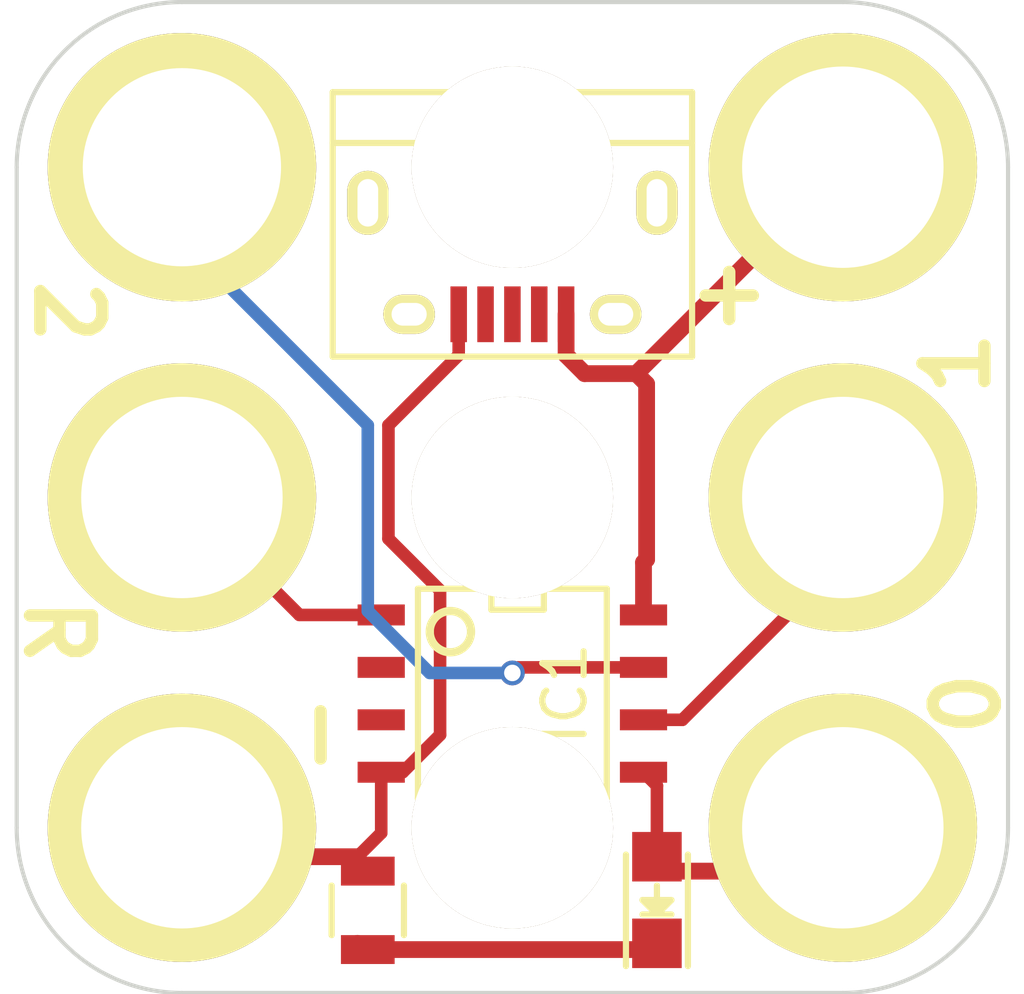
<source format=kicad_pcb>
(kicad_pcb (version 4) (host pcbnew "(2015-08-15 BZR 6092)-product")

  (general
    (links 14)
    (no_connects 3)
    (area 124.949999 35.949999 149.050001 60.050001)
    (thickness 1.6)
    (drawings 22)
    (tracks 42)
    (zones 0)
    (modules 13)
    (nets 9)
  )

  (page USLetter)
  (layers
    (0 F.Cu signal)
    (31 B.Cu signal)
    (32 B.Adhes user)
    (33 F.Adhes user)
    (34 B.Paste user)
    (35 F.Paste user)
    (36 B.SilkS user)
    (37 F.SilkS user)
    (38 B.Mask user)
    (39 F.Mask user hide)
    (40 Dwgs.User user hide)
    (41 Cmts.User user)
    (42 Eco1.User user)
    (43 Eco2.User user hide)
    (44 Edge.Cuts user)
    (45 Margin user)
    (46 B.CrtYd user hide)
    (47 F.CrtYd user)
    (48 B.Fab user)
    (49 F.Fab user hide)
  )

  (setup
    (last_trace_width 0.3048)
    (user_trace_width 0.3048)
    (user_trace_width 0.4064)
    (user_trace_width 0.6096)
    (trace_clearance 0.2)
    (zone_clearance 0.508)
    (zone_45_only no)
    (trace_min 0.2)
    (segment_width 0.2)
    (edge_width 0.1)
    (via_size 0.6)
    (via_drill 0.4)
    (via_min_size 0.4)
    (via_min_drill 0.3)
    (uvia_size 0.3)
    (uvia_drill 0.1)
    (uvias_allowed no)
    (uvia_min_size 0.2)
    (uvia_min_drill 0.1)
    (pcb_text_width 0.3)
    (pcb_text_size 1.5 1.5)
    (mod_edge_width 0.15)
    (mod_text_size 1 1)
    (mod_text_width 0.15)
    (pad_size 6.5 6.5)
    (pad_drill 4.8)
    (pad_to_mask_clearance 0)
    (aux_axis_origin 0 0)
    (visible_elements 7FFFFFFF)
    (pcbplotparams
      (layerselection 0x010f0_80000001)
      (usegerberextensions true)
      (excludeedgelayer true)
      (linewidth 0.100000)
      (plotframeref false)
      (viasonmask false)
      (mode 1)
      (useauxorigin false)
      (hpglpennumber 1)
      (hpglpenspeed 20)
      (hpglpendiameter 15)
      (hpglpenoverlay 2)
      (psnegative false)
      (psa4output false)
      (plotreference true)
      (plotvalue true)
      (plotinvisibletext false)
      (padsonsilk false)
      (subtractmaskfromsilk false)
      (outputformat 1)
      (mirror false)
      (drillshape 0)
      (scaleselection 1)
      (outputdirectory gerbers/))
  )

  (net 0 "")
  (net 1 GND)
  (net 2 +BATT)
  (net 3 "Net-(D1-Pad2)")
  (net 4 "Net-(IC1-Pad1)")
  (net 5 "Net-(IC1-Pad6)")
  (net 6 "Net-(IC1-Pad7)")
  (net 7 "Net-(USB1-Pad6)")
  (net 8 "Net-(D1-Pad1)")

  (net_class Default "This is the default net class."
    (clearance 0.2)
    (trace_width 0.25)
    (via_dia 0.6)
    (via_drill 0.4)
    (uvia_dia 0.3)
    (uvia_drill 0.1)
    (add_net +BATT)
    (add_net GND)
    (add_net "Net-(D1-Pad1)")
    (add_net "Net-(D1-Pad2)")
    (add_net "Net-(IC1-Pad1)")
    (add_net "Net-(IC1-Pad6)")
    (add_net "Net-(IC1-Pad7)")
    (add_net "Net-(USB1-Pad6)")
  )

  (module myFootPrints:Lego_Drill (layer F.Cu) (tedit 56CE8A0A) (tstamp 56CE7806)
    (at 137 40)
    (descr "Through hole pin header")
    (tags "pin header")
    (path /56CE9A5D)
    (fp_text reference P6 (at 0 0) (layer F.SilkS) hide
      (effects (font (size 1 1) (thickness 0.15)))
    )
    (fp_text value CONN_01X01 (at 0 -1.27) (layer F.Fab) hide
      (effects (font (size 1 1) (thickness 0.15)))
    )
    (pad 1 thru_hole circle (at 0 0) (size 4.8768 4.8768) (drill 4.8768) (layers *.Cu *.Mask F.SilkS))
    (model Pin_Headers.3dshapes/Pin_Header_Straight_1x01.wrl
      (at (xyz 0 0 0))
      (scale (xyz 1 1 1))
      (rotate (xyz 0 0 90))
    )
  )

  (module myFootPrints:Lego_Pad (layer F.Cu) (tedit 56CE7FA0) (tstamp 56CE6F1F)
    (at 145 48 180)
    (descr "Through hole pin header")
    (tags "pin header")
    (path /56CE800C)
    (fp_text reference P1 (at 0 0 180) (layer F.SilkS) hide
      (effects (font (size 1 1) (thickness 0.15)))
    )
    (fp_text value CONN_01X01 (at 0 -1.27 180) (layer F.Fab) hide
      (effects (font (size 0.127 0.127) (thickness 0.03175)))
    )
    (pad 1 thru_hole circle (at 0 0 180) (size 6.5 6.5) (drill 4.8768) (layers *.Cu *.Mask F.SilkS)
      (net 5 "Net-(IC1-Pad6)"))
    (model Pin_Headers.3dshapes/Pin_Header_Straight_1x01.wrl
      (at (xyz 0 0 0))
      (scale (xyz 1 1 1))
      (rotate (xyz 0 0 90))
    )
  )

  (module myFootPrints:Lego_Pad (layer F.Cu) (tedit 56CE8945) (tstamp 56CE6ECA)
    (at 129 40)
    (descr "Through hole pin header")
    (tags "pin header")
    (path /56CE806B)
    (fp_text reference P2 (at 0 0) (layer F.SilkS) hide
      (effects (font (size 1 1) (thickness 0.15)))
    )
    (fp_text value CONN_01X01 (at 0 -1.27) (layer F.Fab) hide
      (effects (font (size 0.127 0.127) (thickness 0.03175)))
    )
    (pad 1 thru_hole circle (at 0 0) (size 6.5 6.5) (drill 4.8) (layers *.Cu *.Mask F.SilkS)
      (net 6 "Net-(IC1-Pad7)"))
    (model Pin_Headers.3dshapes/Pin_Header_Straight_1x01.wrl
      (at (xyz 0 0 0))
      (scale (xyz 1 1 1))
      (rotate (xyz 0 0 90))
    )
  )

  (module myFootPrints:Lego_Pad (layer F.Cu) (tedit 56CE7EDE) (tstamp 56CE717B)
    (at 145 56)
    (descr "Through hole pin header")
    (tags "pin header")
    (path /56CE7426)
    (fp_text reference P0 (at 0 0) (layer F.SilkS) hide
      (effects (font (size 1 1) (thickness 0.15)))
    )
    (fp_text value CONN_01X01 (at 0 -1.27) (layer F.Fab) hide
      (effects (font (size 0.127 0.127) (thickness 0.03175)))
    )
    (pad 1 thru_hole circle (at 0 0) (size 6.5 6.5) (drill 4.8768) (layers *.Cu *.Mask F.SilkS)
      (net 3 "Net-(D1-Pad2)"))
    (model Pin_Headers.3dshapes/Pin_Header_Straight_1x01.wrl
      (at (xyz 0 0 0))
      (scale (xyz 1 1 1))
      (rotate (xyz 0 0 90))
    )
  )

  (module myFootPrints:Lego_Pad (layer F.Cu) (tedit 56CE7EF0) (tstamp 56CE7185)
    (at 129 56)
    (descr "Through hole pin header")
    (tags "pin header")
    (path /56CE73CD)
    (fp_text reference PG1 (at 0 0) (layer F.SilkS) hide
      (effects (font (size 1 1) (thickness 0.15)))
    )
    (fp_text value CONN_01X01 (at 0 -1.27) (layer F.Fab) hide
      (effects (font (size 0.127 0.127) (thickness 0.03175)))
    )
    (pad 1 thru_hole circle (at 0 0) (size 6.5 6.5) (drill 4.8768) (layers *.Cu *.Mask F.SilkS)
      (net 1 GND))
    (model Pin_Headers.3dshapes/Pin_Header_Straight_1x01.wrl
      (at (xyz 0 0 0))
      (scale (xyz 1 1 1))
      (rotate (xyz 0 0 90))
    )
  )

  (module myFootPrints:Lego_Pad (layer F.Cu) (tedit 56CE7FDF) (tstamp 56CE718A)
    (at 145 40)
    (descr "Through hole pin header")
    (tags "pin header")
    (path /56CE72C6)
    (fp_text reference PP1 (at 0 0) (layer F.SilkS) hide
      (effects (font (size 1 1) (thickness 0.15)))
    )
    (fp_text value CONN_01X01 (at 0 -1.27) (layer F.Fab) hide
      (effects (font (size 0.127 0.127) (thickness 0.03175)))
    )
    (pad 1 thru_hole circle (at 0 0) (size 6.5 6.5) (drill 4.8768) (layers *.Cu *.Mask F.SilkS)
      (net 2 +BATT))
    (model Pin_Headers.3dshapes/Pin_Header_Straight_1x01.wrl
      (at (xyz 0 0 0))
      (scale (xyz 1 1 1))
      (rotate (xyz 0 0 90))
    )
  )

  (module Connect:USB_Micro-B (layer F.Cu) (tedit 56CE7FF9) (tstamp 56CE7197)
    (at 137 42 180)
    (descr "Micro USB Type B Receptacle")
    (tags "USB USB_B USB_micro USB_OTG")
    (path /56CE7C18)
    (attr smd)
    (fp_text reference USB1 (at 0 -3.45 180) (layer F.SilkS) hide
      (effects (font (size 1 1) (thickness 0.15)))
    )
    (fp_text value USB_OTG (at 0 4.8 180) (layer F.Fab) hide
      (effects (font (size 1 1) (thickness 0.15)))
    )
    (fp_line (start -4.6 -2.8) (end 4.6 -2.8) (layer F.CrtYd) (width 0.05))
    (fp_line (start 4.6 -2.8) (end 4.6 4.05) (layer F.CrtYd) (width 0.05))
    (fp_line (start 4.6 4.05) (end -4.6 4.05) (layer F.CrtYd) (width 0.05))
    (fp_line (start -4.6 4.05) (end -4.6 -2.8) (layer F.CrtYd) (width 0.05))
    (fp_line (start -4.3509 3.81746) (end 4.3491 3.81746) (layer F.SilkS) (width 0.15))
    (fp_line (start -4.3509 -2.58754) (end 4.3491 -2.58754) (layer F.SilkS) (width 0.15))
    (fp_line (start 4.3491 -2.58754) (end 4.3491 3.81746) (layer F.SilkS) (width 0.15))
    (fp_line (start 4.3491 2.58746) (end -4.3509 2.58746) (layer F.SilkS) (width 0.15))
    (fp_line (start -4.3509 3.81746) (end -4.3509 -2.58754) (layer F.SilkS) (width 0.15))
    (pad 1 smd rect (at -1.3009 -1.56254 270) (size 1.35 0.4) (layers F.Cu F.Paste F.Mask)
      (net 2 +BATT))
    (pad 2 smd rect (at -0.6509 -1.56254 270) (size 1.35 0.4) (layers F.Cu F.Paste F.Mask))
    (pad 3 smd rect (at -0.0009 -1.56254 270) (size 1.35 0.4) (layers F.Cu F.Paste F.Mask))
    (pad 4 smd rect (at 0.6491 -1.56254 270) (size 1.35 0.4) (layers F.Cu F.Paste F.Mask))
    (pad 5 smd rect (at 1.2991 -1.56254 270) (size 1.35 0.4) (layers F.Cu F.Paste F.Mask)
      (net 1 GND))
    (pad 6 thru_hole oval (at -2.5009 -1.56254 270) (size 0.95 1.25) (drill oval 0.55 0.85) (layers *.Cu *.Mask F.SilkS)
      (net 7 "Net-(USB1-Pad6)"))
    (pad 6 thru_hole oval (at 2.4991 -1.56254 270) (size 0.95 1.25) (drill oval 0.55 0.85) (layers *.Cu *.Mask F.SilkS)
      (net 7 "Net-(USB1-Pad6)"))
    (pad 6 thru_hole oval (at -3.5009 1.13746 270) (size 1.55 1) (drill oval 1.15 0.5) (layers *.Cu *.Mask F.SilkS)
      (net 7 "Net-(USB1-Pad6)"))
    (pad 6 thru_hole oval (at 3.4991 1.13746 270) (size 1.55 1) (drill oval 1.15 0.5) (layers *.Cu *.Mask F.SilkS)
      (net 7 "Net-(USB1-Pad6)"))
    (model C:/Users/MakersBox/Downloads/walter/conn_pc/usb_B_micro_smd-2.wrl
      (at (xyz 0 0 0))
      (scale (xyz 1 1 1))
      (rotate (xyz 0 0 0))
    )
  )

  (module myFootPrints:Lego_Pad (layer F.Cu) (tedit 56CE8906) (tstamp 56CE71EF)
    (at 129 48)
    (descr "Through hole pin header")
    (tags "pin header")
    (path /56CE80D4)
    (fp_text reference P5 (at 0 0) (layer F.SilkS) hide
      (effects (font (size 1 1) (thickness 0.15)))
    )
    (fp_text value CONN_01X01 (at 0 -1.27) (layer F.Fab) hide
      (effects (font (size 0.127 0.127) (thickness 0.03175)))
    )
    (pad 1 thru_hole circle (at 0 0) (size 6.5 6.5) (drill 4.8768) (layers *.Cu *.Mask F.SilkS)
      (net 4 "Net-(IC1-Pad1)"))
    (model Pin_Headers.3dshapes/Pin_Header_Straight_1x01.wrl
      (at (xyz 0 0 0))
      (scale (xyz 1 1 1))
      (rotate (xyz 0 0 90))
    )
  )

  (module myFootPrints:Lego_Drill (layer F.Cu) (tedit 56CE89DC) (tstamp 56CE75C4)
    (at 137 48)
    (descr "Through hole pin header")
    (tags "pin header")
    (path /56CE9A9C)
    (fp_text reference P7 (at 0 0) (layer F.SilkS) hide
      (effects (font (size 1 1) (thickness 0.15)))
    )
    (fp_text value CONN_01X01 (at 0 -1.27) (layer F.Fab) hide
      (effects (font (size 0.127 0.127) (thickness 0.03175)))
    )
    (pad 1 thru_hole circle (at 0 0) (size 4.8768 4.8768) (drill 4.8768) (layers *.Cu *.Mask F.SilkS))
    (model Pin_Headers.3dshapes/Pin_Header_Straight_1x01.wrl
      (at (xyz 0 0 0))
      (scale (xyz 1 1 1))
      (rotate (xyz 0 0 90))
    )
  )

  (module myFootPrints:Lego_Drill (layer F.Cu) (tedit 56CE7F01) (tstamp 56CE75C9)
    (at 137 56)
    (descr "Through hole pin header")
    (tags "pin header")
    (path /56CE9A5D)
    (fp_text reference P6 (at 0 0) (layer F.SilkS) hide
      (effects (font (size 1 1) (thickness 0.15)))
    )
    (fp_text value CONN_01X01 (at 0 -1.27) (layer F.Fab) hide
      (effects (font (size 0.127 0.127) (thickness 0.03175)))
    )
    (pad 1 thru_hole circle (at 0 0) (size 4.8768 4.8768) (drill 4.8768) (layers *.Cu *.Mask F.SilkS))
    (model Pin_Headers.3dshapes/Pin_Header_Straight_1x01.wrl
      (at (xyz 0 0 0))
      (scale (xyz 1 1 1))
      (rotate (xyz 0 0 90))
    )
  )

  (module SMD_Packages:SOIC-8-N (layer F.Cu) (tedit 0) (tstamp 56CE7CFA)
    (at 137 52.75 270)
    (descr "Module Narrow CMS SOJ 8 pins large")
    (tags "CMS SOJ")
    (path /553EFD0A)
    (attr smd)
    (fp_text reference IC1 (at 0 -1.27 270) (layer F.SilkS)
      (effects (font (size 1 1) (thickness 0.15)))
    )
    (fp_text value ATTINY85 (at 0 1.27 270) (layer F.Fab)
      (effects (font (size 1 1) (thickness 0.15)))
    )
    (fp_line (start -2.54 -2.286) (end 2.54 -2.286) (layer F.SilkS) (width 0.15))
    (fp_line (start 2.54 -2.286) (end 2.54 2.286) (layer F.SilkS) (width 0.15))
    (fp_line (start 2.54 2.286) (end -2.54 2.286) (layer F.SilkS) (width 0.15))
    (fp_line (start -2.54 2.286) (end -2.54 -2.286) (layer F.SilkS) (width 0.15))
    (fp_line (start -2.54 -0.762) (end -2.032 -0.762) (layer F.SilkS) (width 0.15))
    (fp_line (start -2.032 -0.762) (end -2.032 0.508) (layer F.SilkS) (width 0.15))
    (fp_line (start -2.032 0.508) (end -2.54 0.508) (layer F.SilkS) (width 0.15))
    (pad 8 smd rect (at -1.905 -3.175 270) (size 0.508 1.143) (layers F.Cu F.Paste F.Mask)
      (net 2 +BATT))
    (pad 7 smd rect (at -0.635 -3.175 270) (size 0.508 1.143) (layers F.Cu F.Paste F.Mask)
      (net 6 "Net-(IC1-Pad7)"))
    (pad 6 smd rect (at 0.635 -3.175 270) (size 0.508 1.143) (layers F.Cu F.Paste F.Mask)
      (net 5 "Net-(IC1-Pad6)"))
    (pad 5 smd rect (at 1.905 -3.175 270) (size 0.508 1.143) (layers F.Cu F.Paste F.Mask)
      (net 3 "Net-(D1-Pad2)"))
    (pad 4 smd rect (at 1.905 3.175 270) (size 0.508 1.143) (layers F.Cu F.Paste F.Mask)
      (net 1 GND))
    (pad 3 smd rect (at 0.635 3.175 270) (size 0.508 1.143) (layers F.Cu F.Paste F.Mask))
    (pad 2 smd rect (at -0.635 3.175 270) (size 0.508 1.143) (layers F.Cu F.Paste F.Mask))
    (pad 1 smd rect (at -1.905 3.175 270) (size 0.508 1.143) (layers F.Cu F.Paste F.Mask)
      (net 4 "Net-(IC1-Pad1)"))
    (model SMD_Packages.3dshapes/SOIC-8-N.wrl
      (at (xyz 0 0 0))
      (scale (xyz 0.5 0.38 0.5))
      (rotate (xyz 0 0 0))
    )
    (model C:/Users/MakersBox/Downloads/walter/smd_dil/so-8.wrl
      (at (xyz 0 0 0))
      (scale (xyz 1 1 1))
      (rotate (xyz 0 0 0))
    )
  )

  (module LEDs:LED-0805 (layer F.Cu) (tedit 56CE800C) (tstamp 56CE7DDA)
    (at 140.5 57.75 90)
    (descr "LED 0805 smd package")
    (tags "LED 0805 SMD")
    (path /56CEB302)
    (attr smd)
    (fp_text reference D1 (at 0 -1.75 90) (layer F.SilkS) hide
      (effects (font (size 1 1) (thickness 0.15)))
    )
    (fp_text value LED (at 0 1.75 90) (layer F.Fab)
      (effects (font (size 1 1) (thickness 0.15)))
    )
    (fp_line (start -1.6 0.75) (end 1.1 0.75) (layer F.SilkS) (width 0.15))
    (fp_line (start -1.6 -0.75) (end 1.1 -0.75) (layer F.SilkS) (width 0.15))
    (fp_line (start -0.1 0.15) (end -0.1 -0.1) (layer F.SilkS) (width 0.15))
    (fp_line (start -0.1 -0.1) (end -0.25 0.05) (layer F.SilkS) (width 0.15))
    (fp_line (start -0.35 -0.35) (end -0.35 0.35) (layer F.SilkS) (width 0.15))
    (fp_line (start 0 0) (end 0.35 0) (layer F.SilkS) (width 0.15))
    (fp_line (start -0.35 0) (end 0 -0.35) (layer F.SilkS) (width 0.15))
    (fp_line (start 0 -0.35) (end 0 0.35) (layer F.SilkS) (width 0.15))
    (fp_line (start 0 0.35) (end -0.35 0) (layer F.SilkS) (width 0.15))
    (fp_line (start 1.9 -0.95) (end 1.9 0.95) (layer F.CrtYd) (width 0.05))
    (fp_line (start 1.9 0.95) (end -1.9 0.95) (layer F.CrtYd) (width 0.05))
    (fp_line (start -1.9 0.95) (end -1.9 -0.95) (layer F.CrtYd) (width 0.05))
    (fp_line (start -1.9 -0.95) (end 1.9 -0.95) (layer F.CrtYd) (width 0.05))
    (pad 2 smd rect (at 1.04902 0 270) (size 1.19888 1.19888) (layers F.Cu F.Paste F.Mask)
      (net 3 "Net-(D1-Pad2)"))
    (pad 1 smd rect (at -1.04902 0 270) (size 1.19888 1.19888) (layers F.Cu F.Paste F.Mask)
      (net 8 "Net-(D1-Pad1)"))
    (model LEDs.3dshapes/LED-0805.wrl
      (at (xyz 0 0 0))
      (scale (xyz 1 1 1))
      (rotate (xyz 0 0 0))
    )
    (model C:/Users/MakersBox/Downloads/walter/smd_leds/led_0805.wrl
      (at (xyz 0 0 0))
      (scale (xyz 1 1 1))
      (rotate (xyz 0 0 0))
    )
  )

  (module Resistors_SMD:R_0805 (layer F.Cu) (tedit 56CE8012) (tstamp 56CE7DDF)
    (at 133.5 58 270)
    (descr "Resistor SMD 0805, reflow soldering, Vishay (see dcrcw.pdf)")
    (tags "resistor 0805")
    (path /56CEB2B5)
    (attr smd)
    (fp_text reference R1 (at 0 -2.1 270) (layer F.SilkS) hide
      (effects (font (size 1 1) (thickness 0.15)))
    )
    (fp_text value R (at 0 2.1 270) (layer F.Fab)
      (effects (font (size 1 1) (thickness 0.15)))
    )
    (fp_line (start -1.6 -1) (end 1.6 -1) (layer F.CrtYd) (width 0.05))
    (fp_line (start -1.6 1) (end 1.6 1) (layer F.CrtYd) (width 0.05))
    (fp_line (start -1.6 -1) (end -1.6 1) (layer F.CrtYd) (width 0.05))
    (fp_line (start 1.6 -1) (end 1.6 1) (layer F.CrtYd) (width 0.05))
    (fp_line (start 0.6 0.875) (end -0.6 0.875) (layer F.SilkS) (width 0.15))
    (fp_line (start -0.6 -0.875) (end 0.6 -0.875) (layer F.SilkS) (width 0.15))
    (pad 1 smd rect (at -0.95 0 270) (size 0.7 1.3) (layers F.Cu F.Paste F.Mask)
      (net 1 GND))
    (pad 2 smd rect (at 0.95 0 270) (size 0.7 1.3) (layers F.Cu F.Paste F.Mask)
      (net 8 "Net-(D1-Pad1)"))
    (model Resistors_SMD.3dshapes/R_0805.wrl
      (at (xyz 0 0 0))
      (scale (xyz 1 1 1))
      (rotate (xyz 0 0 0))
    )
    (model C:/Users/MakersBox/Downloads/walter/smd_resistors/r_0805.wrl
      (at (xyz 0 0 0))
      (scale (xyz 1 1 1))
      (rotate (xyz 0 0 0))
    )
  )

  (gr_text 0 (at 148 53 90) (layer F.SilkS)
    (effects (font (size 1.5 1.5) (thickness 0.3)))
  )
  (gr_text - (at 132.25 53.75 90) (layer F.SilkS)
    (effects (font (size 1.5 1.5) (thickness 0.3)))
  )
  (gr_text 1 (at 147.75 44.75 90) (layer F.SilkS)
    (effects (font (size 1.5 1.5) (thickness 0.3)))
  )
  (gr_text R (at 126 51.25 270) (layer F.SilkS)
    (effects (font (size 1.5 1.5) (thickness 0.3)))
  )
  (gr_text 2 (at 126.25 43.5 270) (layer F.SilkS)
    (effects (font (size 1.5 1.5) (thickness 0.3)))
  )
  (gr_text + (at 142.25 43) (layer F.SilkS)
    (effects (font (size 1.5 1.5) (thickness 0.3)))
  )
  (gr_circle (center 135.5 51.25) (end 135.5 50.75) (layer F.SilkS) (width 0.2))
  (gr_line (start 145 36) (end 129 36) (angle 90) (layer Edge.Cuts) (width 0.1))
  (gr_line (start 149 56) (end 149 40) (angle 90) (layer Edge.Cuts) (width 0.1))
  (gr_line (start 129 60) (end 145 60) (angle 90) (layer Edge.Cuts) (width 0.1))
  (gr_line (start 125 40) (end 125 56) (angle 90) (layer Edge.Cuts) (width 0.1))
  (gr_arc (start 129 40) (end 125 40) (angle 90) (layer Edge.Cuts) (width 0.1))
  (gr_arc (start 145 40) (end 145 36) (angle 90) (layer Edge.Cuts) (width 0.1))
  (gr_arc (start 129 56) (end 129 60) (angle 90) (layer Edge.Cuts) (width 0.1))
  (gr_arc (start 145 56) (end 149 56) (angle 90) (layer Edge.Cuts) (width 0.1))
  (gr_line (start 160.02 92.71) (end 162.56 92.71) (angle 90) (layer Dwgs.User) (width 0.2))
  (gr_line (start 160.02 80.01) (end 162.56 80.01) (angle 90) (layer Dwgs.User) (width 0.2))
  (gr_line (start 160.02 101.6) (end 157.48 101.6) (angle 90) (layer Dwgs.User) (width 0.2))
  (gr_line (start 160.02 99.06) (end 175.26 99.06) (angle 90) (layer Dwgs.User) (width 0.2))
  (gr_line (start 160.02 86.36) (end 175.26 86.36) (angle 90) (layer Dwgs.User) (width 0.2))
  (gr_line (start 101.6 73.66) (end 101.6 129.54) (angle 90) (layer Dwgs.User) (width 0.2))
  (gr_line (start 177.8 73.66) (end 101.6 73.66) (angle 90) (layer Dwgs.User) (width 0.2))

  (segment (start 133.825 54.655) (end 134.345 54.655) (width 0.3048) (layer F.Cu) (net 1))
  (segment (start 134.345 54.655) (end 135.25 53.75) (width 0.3048) (layer F.Cu) (net 1) (tstamp 56CE8093))
  (segment (start 135.25 53.75) (end 135.25 50.25) (width 0.3048) (layer F.Cu) (net 1) (tstamp 56CE8094))
  (segment (start 135.25 50.25) (end 134 49) (width 0.3048) (layer F.Cu) (net 1) (tstamp 56CE8096))
  (segment (start 134 49) (end 134 46.25) (width 0.3048) (layer F.Cu) (net 1) (tstamp 56CE809D))
  (segment (start 134 46.25) (end 135.7009 44.5491) (width 0.3048) (layer F.Cu) (net 1) (tstamp 56CE80A0))
  (segment (start 135.7009 44.5491) (end 135.7009 43.56254) (width 0.3048) (layer F.Cu) (net 1) (tstamp 56CE80A2))
  (segment (start 133.25 56.70098) (end 129.70098 56.70098) (width 0.4064) (layer F.Cu) (net 1))
  (segment (start 129.70098 56.70098) (end 129 56) (width 0.4064) (layer F.Cu) (net 1) (tstamp 56CE7E4D))
  (segment (start 133.825 54.655) (end 133.825 56.12598) (width 0.3048) (layer F.Cu) (net 1))
  (segment (start 133.825 56.12598) (end 133.25 56.70098) (width 0.3048) (layer F.Cu) (net 1) (tstamp 56CE80DC))
  (segment (start 140.175 50.845) (end 140.175 49.575) (width 0.4064) (layer F.Cu) (net 2) (status 10))
  (segment (start 140.25 45.25) (end 140 45) (width 0.4064) (layer F.Cu) (net 2) (tstamp 56CE7E36))
  (segment (start 140.25 49.5) (end 140.25 45.25) (width 0.4064) (layer F.Cu) (net 2) (tstamp 56CE7E35))
  (segment (start 140.175 49.575) (end 140.25 49.5) (width 0.4064) (layer F.Cu) (net 2) (tstamp 56CE7E30))
  (segment (start 138.3009 43.56254) (end 138.3009 44.5509) (width 0.4064) (layer F.Cu) (net 2))
  (segment (start 140 45) (end 145 40) (width 0.4064) (layer F.Cu) (net 2) (tstamp 56CE7E2B))
  (segment (start 138.75 45) (end 140 45) (width 0.4064) (layer F.Cu) (net 2) (tstamp 56CE7E29))
  (segment (start 138.3009 44.5509) (end 138.75 45) (width 0.4064) (layer F.Cu) (net 2) (tstamp 56CE7E27))
  (segment (start 140.5 54.98) (end 140.175 54.655) (width 0.3048) (layer F.Cu) (net 3) (tstamp 56CE80E0))
  (segment (start 143.95 57.05) (end 145 56) (width 0.4064) (layer F.Cu) (net 3) (tstamp 56CE7E46))
  (segment (start 140.5 57.05) (end 140.5 54.98) (width 0.3048) (layer F.Cu) (net 3))
  (segment (start 140.5 57.05) (end 143.95 57.05) (width 0.4064) (layer F.Cu) (net 3))
  (segment (start 133.825 50.845) (end 131.845 50.845) (width 0.3048) (layer F.Cu) (net 4))
  (segment (start 131.845 50.845) (end 129 48) (width 0.3048) (layer F.Cu) (net 4) (tstamp 56CE8384))
  (segment (start 129 50) (end 129 48) (width 0.3048) (layer F.Cu) (net 4) (tstamp 56CE80CD))
  (segment (start 129 49.75) (end 129 48) (width 0.4064) (layer F.Cu) (net 4) (tstamp 56CE7E55))
  (segment (start 140.175 53.385) (end 141.115 53.385) (width 0.3048) (layer F.Cu) (net 5))
  (segment (start 141.115 53.385) (end 145 49.5) (width 0.3048) (layer F.Cu) (net 5) (tstamp 56CE80E3))
  (segment (start 145 49.5) (end 145 48) (width 0.3048) (layer F.Cu) (net 5) (tstamp 56CE80E4))
  (segment (start 145 49.75) (end 145 48) (width 0.4064) (layer F.Cu) (net 5) (tstamp 56CE7E3C))
  (segment (start 129 41.75) (end 129 40) (width 0.3048) (layer B.Cu) (net 6) (tstamp 56CE83AB))
  (segment (start 133.5 46.25) (end 129 41.75) (width 0.3048) (layer B.Cu) (net 6) (tstamp 56CE83A4))
  (segment (start 133.5 50.75) (end 133.5 46.25) (width 0.3048) (layer B.Cu) (net 6) (tstamp 56CE83A2))
  (segment (start 135 52.25) (end 133.5 50.75) (width 0.3048) (layer B.Cu) (net 6) (tstamp 56CE839E))
  (segment (start 137 52.25) (end 135 52.25) (width 0.3048) (layer B.Cu) (net 6) (tstamp 56CE839D))
  (via (at 137 52.25) (size 0.6) (drill 0.4) (layers F.Cu B.Cu) (net 6))
  (segment (start 137.135 52.115) (end 137 52.25) (width 0.3048) (layer F.Cu) (net 6) (tstamp 56CE838B))
  (segment (start 140.175 52.115) (end 137.135 52.115) (width 0.3048) (layer F.Cu) (net 6))
  (segment (start 129 40) (end 129 41.25) (width 0.3048) (layer F.Cu) (net 6))
  (segment (start 140.5 58.95) (end 133.40098 58.95) (width 0.4064) (layer F.Cu) (net 8))
  (segment (start 133.40098 58.95) (end 133.25 58.79902) (width 0.4064) (layer F.Cu) (net 8) (tstamp 56CE7E49))

)

</source>
